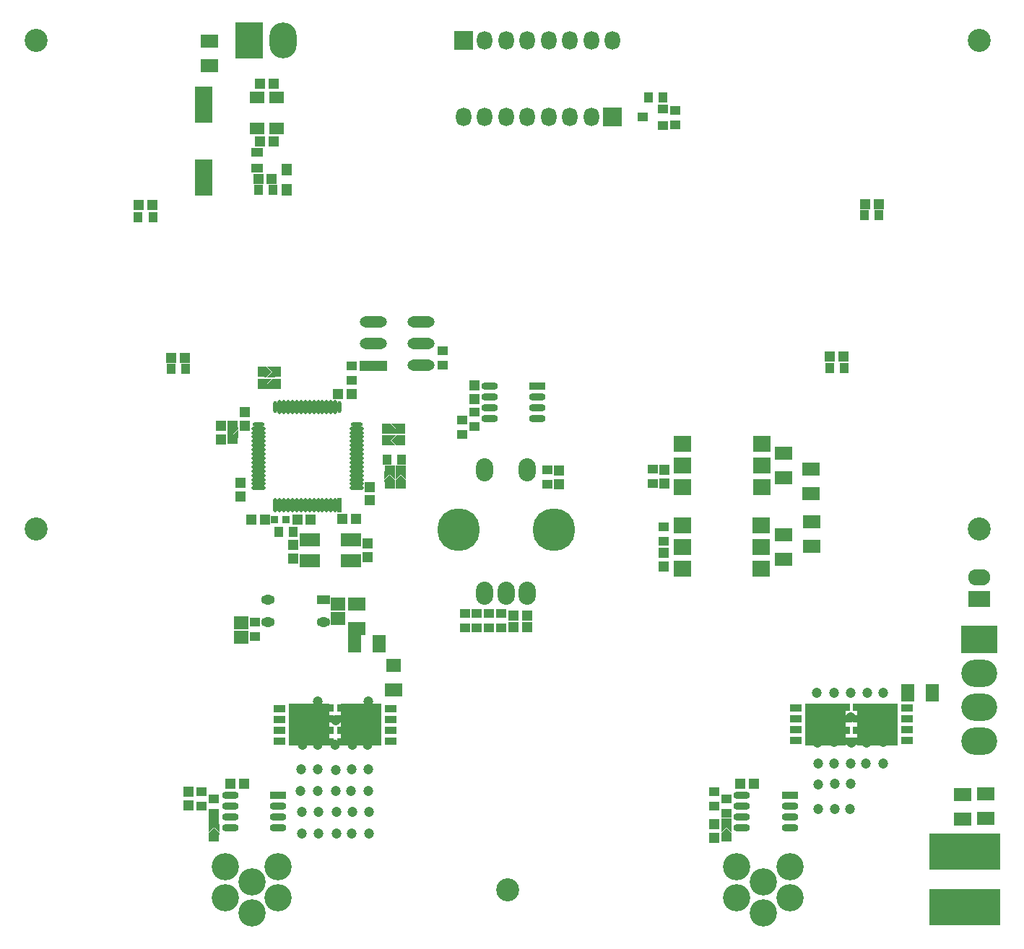
<source format=gbs>
G04 Layer_Color=16711935*
%FSLAX43Y43*%
%MOMM*%
G71*
G01*
G75*
%ADD89R,1.203X1.203*%
%ADD90R,1.153X1.103*%
%ADD91R,1.153X1.103*%
%ADD93R,1.203X1.203*%
%ADD96R,1.103X1.203*%
%ADD97R,1.203X1.103*%
%ADD98O,1.603X1.103*%
%ADD99R,1.603X1.103*%
%ADD101O,1.953X0.853*%
%ADD102R,1.953X0.853*%
%ADD104C,3.203*%
%ADD105C,5.003*%
%ADD106O,2.003X2.703*%
%ADD107R,4.203X3.203*%
%ADD108O,4.203X3.203*%
%ADD109O,3.203X4.203*%
%ADD110R,3.203X4.203*%
%ADD111O,1.803X2.203*%
%ADD112R,2.203X2.203*%
%ADD113O,2.603X1.903*%
%ADD114R,2.603X1.903*%
%ADD115C,2.703*%
%ADD116C,1.203*%
%ADD117R,2.003X1.503*%
%ADD118R,2.003X1.903*%
%ADD119R,1.503X2.003*%
%ADD120R,1.403X0.853*%
%ADD121R,0.703X0.903*%
%ADD122R,4.703X4.903*%
%ADD123R,1.219X1.016*%
%ADD124R,1.543X2.003*%
%ADD125R,1.803X1.503*%
%ADD126R,1.703X1.503*%
%ADD127R,2.403X1.603*%
%ADD128R,1.016X1.219*%
%ADD129O,3.203X1.303*%
%ADD130R,3.203X1.303*%
%ADD131O,1.678X0.503*%
%ADD132O,1.403X0.503*%
%ADD133O,0.503X1.403*%
%ADD134O,0.503X1.678*%
%ADD135R,0.503X1.678*%
%ADD136R,1.453X1.003*%
%ADD137R,2.003X4.303*%
%ADD138R,0.965X0.965*%
%ADD139R,1.303X1.453*%
%ADD140R,1.753X1.353*%
G36*
X49780Y56832D02*
X49170Y57441D01*
X48560Y56832D01*
Y57797D01*
X49780D01*
Y56832D01*
D02*
G37*
G36*
X51080Y56781D02*
Y56527D01*
X49860D01*
Y56781D01*
X50470Y57390D01*
X51080Y56781D01*
D02*
G37*
G36*
X49309Y61460D02*
X49918Y60850D01*
X48953D01*
Y61460D01*
Y62070D01*
X49918D01*
X49309Y61460D01*
D02*
G37*
G36*
X51080Y56832D02*
X50470Y57441D01*
X49860Y56832D01*
Y57797D01*
X51080D01*
Y56832D01*
D02*
G37*
G36*
X49780Y56781D02*
Y56527D01*
X48560D01*
Y56781D01*
X49170Y57390D01*
X49780Y56781D01*
D02*
G37*
G36*
X29190Y15401D02*
Y15147D01*
X27970D01*
Y15401D01*
X28580Y16010D01*
X29190Y15401D01*
D02*
G37*
G36*
X89250Y15361D02*
Y15107D01*
X88030D01*
Y15361D01*
X88640Y15970D01*
X89250Y15361D01*
D02*
G37*
G36*
X29190Y15452D02*
X28580Y16061D01*
X27970Y15452D01*
Y16417D01*
X29190D01*
Y15452D01*
D02*
G37*
G36*
X89250Y15412D02*
X88640Y16021D01*
X88030Y15412D01*
Y16377D01*
X89250D01*
Y15412D01*
D02*
G37*
G36*
X35673Y67410D02*
X35419D01*
X34810Y68020D01*
X35419Y68630D01*
X35673D01*
Y67410D01*
D02*
G37*
G36*
X34759Y68020D02*
X35368Y67410D01*
X34403D01*
Y68020D01*
Y68630D01*
X35368D01*
X34759Y68020D01*
D02*
G37*
G36*
X35737Y69450D02*
Y68840D01*
X34772D01*
X35381Y69450D01*
X34772Y70060D01*
X35737D01*
Y69450D01*
D02*
G37*
G36*
X35330D02*
X34721Y68840D01*
X34467D01*
Y70060D01*
X34721D01*
X35330Y69450D01*
D02*
G37*
G36*
X50297Y62770D02*
Y62160D01*
X49332D01*
X49941Y62770D01*
X49332Y63380D01*
X50297D01*
Y62770D01*
D02*
G37*
G36*
X31397Y61703D02*
X30178D01*
Y62668D01*
X30787Y62059D01*
X31397Y62668D01*
Y61703D01*
D02*
G37*
G36*
X50223Y60850D02*
X49969D01*
X49360Y61460D01*
X49969Y62070D01*
X50223D01*
Y60850D01*
D02*
G37*
G36*
X49890Y62770D02*
X49281Y62160D01*
X49027D01*
Y63380D01*
X49281D01*
X49890Y62770D01*
D02*
G37*
G36*
X31397Y62719D02*
X30787Y62110D01*
X30178Y62719D01*
Y62973D01*
X31397D01*
Y62719D01*
D02*
G37*
D89*
X65270Y39550D02*
D03*
X63670D02*
D03*
X90280Y21120D02*
D03*
X91880D02*
D03*
X34537Y52120D02*
D03*
X32937D02*
D03*
X43630Y52240D02*
D03*
X45230D02*
D03*
X23570Y71090D02*
D03*
X25170D02*
D03*
X19740Y89040D02*
D03*
X21340D02*
D03*
X33760Y92120D02*
D03*
X35360D02*
D03*
X33960Y96510D02*
D03*
X35560D02*
D03*
X33960Y103280D02*
D03*
X35560D02*
D03*
X106500Y89130D02*
D03*
X104900D02*
D03*
X100800Y71230D02*
D03*
X102400D02*
D03*
X44737Y66860D02*
D03*
X43137D02*
D03*
X39937Y52140D02*
D03*
X38337D02*
D03*
X65280Y40830D02*
D03*
X63680D02*
D03*
X30520Y21130D02*
D03*
X32120D02*
D03*
D90*
X78850Y99340D02*
D03*
X81200Y100290D02*
D03*
D91*
X81200Y98390D02*
D03*
D93*
X87210Y14760D02*
D03*
Y16360D02*
D03*
X29360Y61540D02*
D03*
Y63140D02*
D03*
X31670Y56470D02*
D03*
Y54870D02*
D03*
X37897Y49140D02*
D03*
Y47540D02*
D03*
X46557Y47710D02*
D03*
Y49310D02*
D03*
X46857Y54370D02*
D03*
Y55970D02*
D03*
X59090Y67830D02*
D03*
Y66230D02*
D03*
X32197Y64770D02*
D03*
Y63170D02*
D03*
X69000Y56310D02*
D03*
Y57910D02*
D03*
X81390Y56380D02*
D03*
Y57980D02*
D03*
X81330Y46610D02*
D03*
Y48210D02*
D03*
X25580Y18590D02*
D03*
Y20190D02*
D03*
D96*
X50540Y59130D02*
D03*
X48840D02*
D03*
X23520Y69820D02*
D03*
X25220D02*
D03*
X19700Y87640D02*
D03*
X21400D02*
D03*
X35510Y90840D02*
D03*
X33810D02*
D03*
X81200Y101640D02*
D03*
X79500D02*
D03*
X106550Y87830D02*
D03*
X104850D02*
D03*
X100770Y69930D02*
D03*
X102470D02*
D03*
X37840Y50690D02*
D03*
X36140D02*
D03*
D97*
X59410Y39440D02*
D03*
Y41140D02*
D03*
X80010Y58040D02*
D03*
Y56340D02*
D03*
X81330Y49550D02*
D03*
Y51250D02*
D03*
X87210Y18480D02*
D03*
Y20180D02*
D03*
X88630Y19380D02*
D03*
Y17680D02*
D03*
X67690Y56260D02*
D03*
Y57960D02*
D03*
X57710Y63820D02*
D03*
Y62120D02*
D03*
X59090Y64760D02*
D03*
Y63060D02*
D03*
X55430Y71950D02*
D03*
Y70250D02*
D03*
X82650Y100170D02*
D03*
Y98470D02*
D03*
X62250Y39440D02*
D03*
Y41140D02*
D03*
X60820Y39430D02*
D03*
Y41130D02*
D03*
X57990Y39430D02*
D03*
Y41130D02*
D03*
X33360Y38370D02*
D03*
Y40070D02*
D03*
X28570Y19380D02*
D03*
Y17680D02*
D03*
X27090Y18530D02*
D03*
Y20230D02*
D03*
X44730Y70150D02*
D03*
Y68450D02*
D03*
D98*
X41400Y40140D02*
D03*
X34900D02*
D03*
Y42690D02*
D03*
D99*
X41400D02*
D03*
D101*
X90480Y15965D02*
D03*
Y17235D02*
D03*
Y18505D02*
D03*
Y19775D02*
D03*
X96080Y15965D02*
D03*
Y17235D02*
D03*
Y18505D02*
D03*
X30510Y16005D02*
D03*
Y17275D02*
D03*
Y18545D02*
D03*
Y19815D02*
D03*
X36110Y16005D02*
D03*
Y17275D02*
D03*
Y18545D02*
D03*
X60908Y63964D02*
D03*
Y65234D02*
D03*
Y66504D02*
D03*
Y67774D02*
D03*
X66508Y63964D02*
D03*
Y65234D02*
D03*
Y66504D02*
D03*
D102*
X96080Y19775D02*
D03*
X36110Y19815D02*
D03*
X66508Y67774D02*
D03*
D104*
X29880Y11400D02*
D03*
Y7800D02*
D03*
X32995Y9625D02*
D03*
X33000Y6000D02*
D03*
X36120Y7800D02*
D03*
Y11400D02*
D03*
X96120D02*
D03*
Y7800D02*
D03*
X93000Y6000D02*
D03*
X92995Y9625D02*
D03*
X89880Y7800D02*
D03*
Y11400D02*
D03*
D105*
X57230Y50960D02*
D03*
X68430D02*
D03*
D106*
X65330Y57960D02*
D03*
X60330D02*
D03*
X62830Y43460D02*
D03*
X65330D02*
D03*
X60330D02*
D03*
D107*
X118300Y38030D02*
D03*
D108*
Y34070D02*
D03*
Y30110D02*
D03*
Y26150D02*
D03*
D109*
X36690Y108320D02*
D03*
D110*
X32730D02*
D03*
X119115Y6630D02*
D03*
X114040D02*
D03*
X116565D02*
D03*
X119107Y13140D02*
D03*
X114033D02*
D03*
X116558D02*
D03*
D111*
X70310Y108320D02*
D03*
X72810D02*
D03*
X75310D02*
D03*
X65310D02*
D03*
X67810D02*
D03*
X62810D02*
D03*
X60310D02*
D03*
X62810Y99340D02*
D03*
X60310D02*
D03*
X57810D02*
D03*
X67810D02*
D03*
X65310D02*
D03*
X70310D02*
D03*
X72810D02*
D03*
D112*
X57810Y108320D02*
D03*
X75310Y99340D02*
D03*
D113*
X118320Y45390D02*
D03*
D114*
Y42850D02*
D03*
D115*
X63000Y8650D02*
D03*
X7700Y51050D02*
D03*
Y108350D02*
D03*
X118300Y51050D02*
D03*
Y108350D02*
D03*
D116*
X99330Y28890D02*
D03*
X99280Y31820D02*
D03*
X101300Y28870D02*
D03*
X101280Y26030D02*
D03*
X99320Y26000D02*
D03*
X101290Y23480D02*
D03*
X99440Y23490D02*
D03*
X101240Y31800D02*
D03*
X107030Y31840D02*
D03*
X105200D02*
D03*
X106990Y28870D02*
D03*
X105210D02*
D03*
X107030Y26010D02*
D03*
X105100Y26000D02*
D03*
X103270Y25980D02*
D03*
X107030Y23480D02*
D03*
X105020Y23490D02*
D03*
X103220Y23480D02*
D03*
X103200Y28900D02*
D03*
X103260Y31810D02*
D03*
X99450Y21090D02*
D03*
X99390Y18180D02*
D03*
X101400Y18150D02*
D03*
X103180D02*
D03*
X101390Y21120D02*
D03*
X103220D02*
D03*
X42870Y28610D02*
D03*
X42810Y25700D02*
D03*
X42830Y20280D02*
D03*
X44630Y20290D02*
D03*
X42880Y22780D02*
D03*
X44710Y22800D02*
D03*
X46640Y22810D02*
D03*
X44820Y25670D02*
D03*
X46600D02*
D03*
X44810Y28640D02*
D03*
X46640D02*
D03*
X40750D02*
D03*
X38920D02*
D03*
X40710Y25670D02*
D03*
X38930D02*
D03*
X40750Y22810D02*
D03*
X38820Y22800D02*
D03*
X40750Y20280D02*
D03*
X38740Y20290D02*
D03*
X46640Y20280D02*
D03*
X46740Y15310D02*
D03*
X38840Y15320D02*
D03*
X40850Y15310D02*
D03*
X38920Y17830D02*
D03*
X40850Y17840D02*
D03*
X46740D02*
D03*
X44810Y17830D02*
D03*
X42980Y17810D02*
D03*
X44730Y15320D02*
D03*
X42930Y15310D02*
D03*
X46630Y30830D02*
D03*
X40740D02*
D03*
D117*
X95340Y59910D02*
D03*
Y57010D02*
D03*
X98580Y58080D02*
D03*
Y55180D02*
D03*
X98620Y48960D02*
D03*
Y51860D02*
D03*
X95350Y50340D02*
D03*
Y47440D02*
D03*
X119040Y19940D02*
D03*
Y17040D02*
D03*
X116370Y19900D02*
D03*
Y17000D02*
D03*
X49620Y32160D02*
D03*
X45300Y42250D02*
D03*
Y39350D02*
D03*
X28030Y108290D02*
D03*
Y105390D02*
D03*
D118*
X92760Y51450D02*
D03*
Y46350D02*
D03*
X92760Y48900D02*
D03*
X83510D02*
D03*
X83510Y46350D02*
D03*
Y51450D02*
D03*
X92770Y61000D02*
D03*
Y55900D02*
D03*
X92770Y58450D02*
D03*
X83520D02*
D03*
X83520Y55900D02*
D03*
Y61000D02*
D03*
D119*
X109880Y31840D02*
D03*
X112780D02*
D03*
D120*
X109850Y30005D02*
D03*
Y28735D02*
D03*
Y27465D02*
D03*
Y26195D02*
D03*
X96800D02*
D03*
Y27465D02*
D03*
Y28735D02*
D03*
Y30005D02*
D03*
X36240Y26145D02*
D03*
Y27415D02*
D03*
Y28685D02*
D03*
Y29955D02*
D03*
X49330D02*
D03*
Y28685D02*
D03*
Y27415D02*
D03*
Y26145D02*
D03*
D121*
X103850Y26100D02*
D03*
Y27435D02*
D03*
Y28765D02*
D03*
Y30100D02*
D03*
X102800D02*
D03*
Y28765D02*
D03*
Y27435D02*
D03*
Y26100D02*
D03*
X42240Y30050D02*
D03*
Y28715D02*
D03*
Y27385D02*
D03*
Y26050D02*
D03*
X43330D02*
D03*
Y27385D02*
D03*
Y28715D02*
D03*
Y30050D02*
D03*
D122*
X106350Y28100D02*
D03*
X100300D02*
D03*
X39740Y28050D02*
D03*
X45830D02*
D03*
D123*
X88640Y14853D02*
D03*
Y16567D02*
D03*
X30787Y63227D02*
D03*
Y61513D02*
D03*
X49170Y56273D02*
D03*
Y57987D02*
D03*
X50470Y56273D02*
D03*
Y57987D02*
D03*
X28580Y14893D02*
D03*
Y16607D02*
D03*
D124*
X45070Y37540D02*
D03*
X47930D02*
D03*
D125*
X49620Y35060D02*
D03*
D126*
X31740Y38320D02*
D03*
Y40020D02*
D03*
X43110Y40550D02*
D03*
Y42250D02*
D03*
D127*
X44637Y49790D02*
D03*
X39837D02*
D03*
Y47290D02*
D03*
X44637D02*
D03*
D128*
X50477Y61460D02*
D03*
X48763D02*
D03*
X48773Y62770D02*
D03*
X50487D02*
D03*
X35927Y68020D02*
D03*
X34213D02*
D03*
X34213Y69450D02*
D03*
X35927D02*
D03*
D129*
X47272Y75295D02*
D03*
X52822Y75345D02*
D03*
X47272Y72745D02*
D03*
X52822Y72795D02*
D03*
Y70245D02*
D03*
D130*
X47272Y70195D02*
D03*
D131*
X45275Y55820D02*
D03*
Y56320D02*
D03*
Y56820D02*
D03*
Y57320D02*
D03*
Y57820D02*
D03*
Y58320D02*
D03*
Y58820D02*
D03*
Y59320D02*
D03*
Y59820D02*
D03*
Y60320D02*
D03*
Y60820D02*
D03*
Y61320D02*
D03*
Y61820D02*
D03*
Y62320D02*
D03*
Y62820D02*
D03*
X33799D02*
D03*
Y62320D02*
D03*
Y61820D02*
D03*
Y61320D02*
D03*
Y60820D02*
D03*
Y60320D02*
D03*
Y59820D02*
D03*
Y59320D02*
D03*
Y58820D02*
D03*
Y58320D02*
D03*
Y57820D02*
D03*
Y57320D02*
D03*
Y56820D02*
D03*
Y56320D02*
D03*
Y55820D02*
D03*
D132*
X45275Y63320D02*
D03*
X33799D02*
D03*
D133*
X43287Y65308D02*
D03*
X35787D02*
D03*
D134*
X42787D02*
D03*
X42287D02*
D03*
X41787D02*
D03*
X41287D02*
D03*
X40787D02*
D03*
X40287D02*
D03*
X39787D02*
D03*
X39287D02*
D03*
X38787D02*
D03*
X38287D02*
D03*
X37787D02*
D03*
X37287D02*
D03*
X36787D02*
D03*
X36287D02*
D03*
X35787Y53832D02*
D03*
X36287D02*
D03*
X36787D02*
D03*
X37287D02*
D03*
X37787D02*
D03*
X38287D02*
D03*
X38787D02*
D03*
X39287D02*
D03*
X39787D02*
D03*
X40287D02*
D03*
X40787D02*
D03*
X41287D02*
D03*
X41787D02*
D03*
X42287D02*
D03*
X42787D02*
D03*
D135*
X43287D02*
D03*
D136*
X33660Y95180D02*
D03*
Y93380D02*
D03*
D137*
X27350Y92287D02*
D03*
Y100812D02*
D03*
D138*
X37058Y52130D02*
D03*
X35661D02*
D03*
D139*
X37110Y90845D02*
D03*
Y93195D02*
D03*
D140*
X33635Y101695D02*
D03*
Y98045D02*
D03*
X35885D02*
D03*
Y101695D02*
D03*
M02*

</source>
